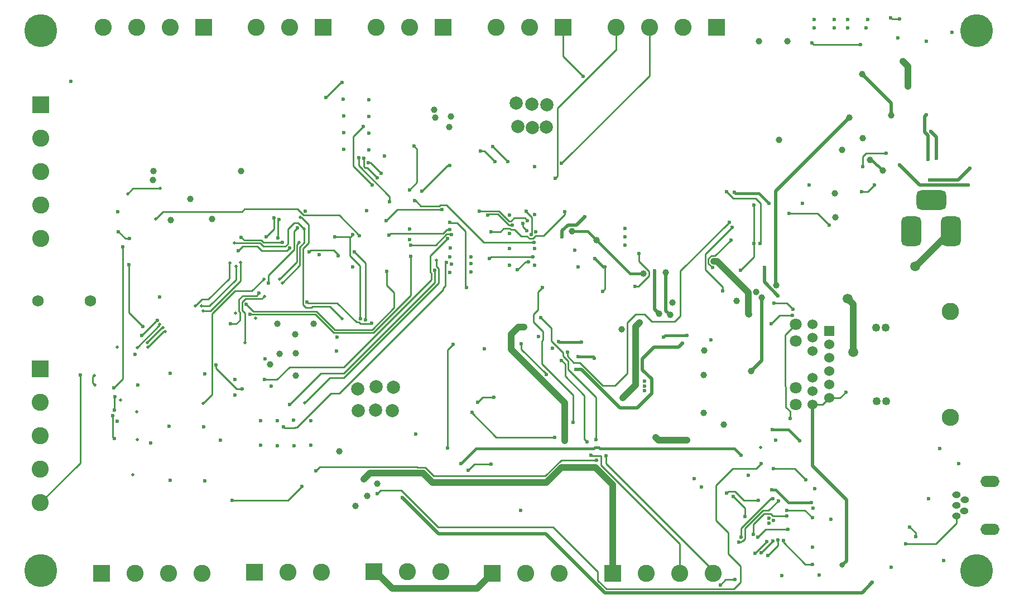
<source format=gbr>
G04 #@! TF.GenerationSoftware,KiCad,Pcbnew,6.0.4-6f826c9f35~116~ubuntu20.04.1*
G04 #@! TF.CreationDate,2022-04-26T18:36:13-05:00*
G04 #@! TF.ProjectId,access-controller,61636365-7373-42d6-936f-6e74726f6c6c,rev?*
G04 #@! TF.SameCoordinates,Original*
G04 #@! TF.FileFunction,Copper,L4,Bot*
G04 #@! TF.FilePolarity,Positive*
%FSLAX46Y46*%
G04 Gerber Fmt 4.6, Leading zero omitted, Abs format (unit mm)*
G04 Created by KiCad (PCBNEW 6.0.4-6f826c9f35~116~ubuntu20.04.1) date 2022-04-26 18:36:13*
%MOMM*%
%LPD*%
G01*
G04 APERTURE LIST*
G04 Aperture macros list*
%AMRoundRect*
0 Rectangle with rounded corners*
0 $1 Rounding radius*
0 $2 $3 $4 $5 $6 $7 $8 $9 X,Y pos of 4 corners*
0 Add a 4 corners polygon primitive as box body*
4,1,4,$2,$3,$4,$5,$6,$7,$8,$9,$2,$3,0*
0 Add four circle primitives for the rounded corners*
1,1,$1+$1,$2,$3*
1,1,$1+$1,$4,$5*
1,1,$1+$1,$6,$7*
1,1,$1+$1,$8,$9*
0 Add four rect primitives between the rounded corners*
20,1,$1+$1,$2,$3,$4,$5,0*
20,1,$1+$1,$4,$5,$6,$7,0*
20,1,$1+$1,$6,$7,$8,$9,0*
20,1,$1+$1,$8,$9,$2,$3,0*%
G04 Aperture macros list end*
G04 #@! TA.AperFunction,ComponentPad*
%ADD10RoundRect,0.750000X0.750000X1.500000X-0.750000X1.500000X-0.750000X-1.500000X0.750000X-1.500000X0*%
G04 #@! TD*
G04 #@! TA.AperFunction,ComponentPad*
%ADD11RoundRect,0.750000X1.500000X0.750000X-1.500000X0.750000X-1.500000X-0.750000X1.500000X-0.750000X0*%
G04 #@! TD*
G04 #@! TA.AperFunction,ComponentPad*
%ADD12R,2.600000X2.600000*%
G04 #@! TD*
G04 #@! TA.AperFunction,ComponentPad*
%ADD13C,2.600000*%
G04 #@! TD*
G04 #@! TA.AperFunction,ComponentPad*
%ADD14O,1.300000X1.000000*%
G04 #@! TD*
G04 #@! TA.AperFunction,ComponentPad*
%ADD15O,2.900000X1.700000*%
G04 #@! TD*
G04 #@! TA.AperFunction,ComponentPad*
%ADD16R,1.524000X1.524000*%
G04 #@! TD*
G04 #@! TA.AperFunction,ComponentPad*
%ADD17C,1.524000*%
G04 #@! TD*
G04 #@! TA.AperFunction,ComponentPad*
%ADD18C,1.800000*%
G04 #@! TD*
G04 #@! TA.AperFunction,ComponentPad*
%ADD19C,1.250000*%
G04 #@! TD*
G04 #@! TA.AperFunction,ComponentPad*
%ADD20C,2.630000*%
G04 #@! TD*
G04 #@! TA.AperFunction,ComponentPad*
%ADD21C,2.610000*%
G04 #@! TD*
G04 #@! TA.AperFunction,ComponentPad*
%ADD22C,5.000000*%
G04 #@! TD*
G04 #@! TA.AperFunction,ComponentPad*
%ADD23C,1.750000*%
G04 #@! TD*
G04 #@! TA.AperFunction,ViaPad*
%ADD24C,0.600000*%
G04 #@! TD*
G04 #@! TA.AperFunction,ViaPad*
%ADD25C,2.000000*%
G04 #@! TD*
G04 #@! TA.AperFunction,ViaPad*
%ADD26C,1.000000*%
G04 #@! TD*
G04 #@! TA.AperFunction,ViaPad*
%ADD27C,0.500000*%
G04 #@! TD*
G04 #@! TA.AperFunction,ViaPad*
%ADD28C,0.800000*%
G04 #@! TD*
G04 #@! TA.AperFunction,ViaPad*
%ADD29C,1.500000*%
G04 #@! TD*
G04 #@! TA.AperFunction,Conductor*
%ADD30C,0.250000*%
G04 #@! TD*
G04 #@! TA.AperFunction,Conductor*
%ADD31C,1.000000*%
G04 #@! TD*
G04 #@! TA.AperFunction,Conductor*
%ADD32C,0.400000*%
G04 #@! TD*
G04 #@! TA.AperFunction,Conductor*
%ADD33C,0.500000*%
G04 #@! TD*
G04 APERTURE END LIST*
D10*
X254780000Y-64920000D03*
X260780000Y-64920000D03*
D11*
X257780000Y-60220000D03*
D12*
X183750000Y-33940000D03*
D13*
X178670000Y-33940000D03*
X173590000Y-33940000D03*
D12*
X201930000Y-33940000D03*
D13*
X196850000Y-33940000D03*
X191770000Y-33940000D03*
D14*
X261645400Y-108207800D03*
X262839200Y-107420400D03*
X261645400Y-106607600D03*
X262864600Y-105794800D03*
D15*
X266700000Y-110239800D03*
D14*
X261645400Y-105007400D03*
D15*
X266700000Y-102950000D03*
D12*
X173265000Y-116650000D03*
D13*
X178345000Y-116650000D03*
X183425000Y-116650000D03*
D12*
X165530000Y-33940000D03*
D13*
X160450000Y-33940000D03*
X155370000Y-33940000D03*
D12*
X155075000Y-116780000D03*
D13*
X160155000Y-116780000D03*
X165235000Y-116780000D03*
D12*
X191170000Y-116960000D03*
D13*
X196250000Y-116960000D03*
X201330000Y-116960000D03*
D16*
X242300000Y-80130000D03*
D17*
X242300000Y-82162000D03*
X242300000Y-84194000D03*
X242300000Y-86226000D03*
X242300000Y-88258000D03*
X242300000Y-90290000D03*
X239760000Y-79114000D03*
X239760000Y-81146000D03*
X239760000Y-83178000D03*
X239760000Y-87242000D03*
X239760000Y-89274000D03*
X239760000Y-91306000D03*
D18*
X237220000Y-79114000D03*
X237220000Y-81654000D03*
X237220000Y-88766000D03*
X237220000Y-91306000D03*
D19*
X249400000Y-79610000D03*
X249510000Y-90780000D03*
X250860000Y-79600000D03*
X250970000Y-90770000D03*
D20*
X260715000Y-77145500D03*
D21*
X260715000Y-93274500D03*
D22*
X264700000Y-116500000D03*
X122700000Y-116500000D03*
X264700000Y-34500000D03*
X122700000Y-34500000D03*
D12*
X131940000Y-116930000D03*
D13*
X137020000Y-116930000D03*
X142100000Y-116930000D03*
X147180000Y-116930000D03*
D12*
X122636000Y-85852000D03*
D13*
X122636000Y-90932000D03*
X122636000Y-96012000D03*
X122636000Y-101092000D03*
X122636000Y-106172000D03*
D12*
X122682000Y-45720000D03*
D13*
X122682000Y-50800000D03*
X122682000Y-55880000D03*
X122682000Y-60960000D03*
X122682000Y-66040000D03*
D12*
X225180000Y-33960000D03*
D13*
X220100000Y-33960000D03*
X215020000Y-33960000D03*
X209940000Y-33960000D03*
D12*
X209460000Y-116930000D03*
D13*
X214540000Y-116930000D03*
X219620000Y-116930000D03*
X224700000Y-116930000D03*
D12*
X147390000Y-33930000D03*
D13*
X142310000Y-33930000D03*
X137230000Y-33930000D03*
X132150000Y-33930000D03*
D23*
X130230000Y-75500000D03*
X122230000Y-75500000D03*
D24*
X200740000Y-56900000D03*
X196340000Y-61940000D03*
X197080000Y-65450000D03*
X196650000Y-69570000D03*
X195010000Y-70820000D03*
X205540000Y-96950000D03*
X208440000Y-99070000D03*
X201690000Y-84570000D03*
X195861267Y-63755329D03*
X196462798Y-64901800D03*
X194250000Y-64050000D03*
X190470000Y-62529000D03*
X184760000Y-55000000D03*
X182440000Y-70850000D03*
X160470000Y-91260000D03*
X180530000Y-58900000D03*
X172950000Y-57910000D03*
X171640000Y-49020000D03*
X238269990Y-60763500D03*
D25*
X195040000Y-49050000D03*
X199430000Y-49110000D03*
X197270000Y-49170000D03*
X199480000Y-45730000D03*
X197160000Y-45630000D03*
X194830000Y-45490000D03*
D24*
X191570000Y-54350000D03*
X189370000Y-52780000D03*
X185240000Y-82140000D03*
X184750000Y-63620000D03*
X184370000Y-97870000D03*
X187300000Y-73530000D03*
D26*
X205790000Y-100860000D03*
X202220000Y-96770000D03*
X195990000Y-79490000D03*
X171720000Y-102650000D03*
D24*
X170950000Y-53740000D03*
X175630000Y-60470000D03*
X173760000Y-56810000D03*
X171733594Y-53898695D03*
X179430000Y-60330000D03*
X197491060Y-66680126D03*
X178645500Y-58677777D03*
X179338434Y-52031612D03*
D26*
X184660000Y-49100000D03*
X182550000Y-47650000D03*
D27*
X162070000Y-62850000D03*
X168430000Y-78270000D03*
X135900000Y-59260000D03*
X140800000Y-58470000D03*
X137300000Y-82620000D03*
X146100000Y-76320000D03*
X140750000Y-79090000D03*
X151360000Y-69820000D03*
X152301749Y-70278251D03*
X141219620Y-79628705D03*
X147040000Y-76320000D03*
X138859321Y-81873147D03*
X141579839Y-80228327D03*
X153000251Y-69714773D03*
X138949364Y-82595571D03*
X147350000Y-77090000D03*
X130790000Y-86870000D03*
X134310000Y-82570000D03*
X130910000Y-88350000D03*
X134770000Y-90640000D03*
X136660000Y-101970000D03*
X137330000Y-96640000D03*
X137270000Y-92400000D03*
X156524501Y-72195499D03*
X147290000Y-91100000D03*
X161865460Y-66686369D03*
X158954501Y-72195499D03*
X152040000Y-66770000D03*
X140096138Y-63074308D03*
D24*
X175550000Y-65520000D03*
X184710000Y-64730000D03*
X171060000Y-65620000D03*
X160429855Y-67529855D03*
X163430000Y-68070000D03*
X178790000Y-67040000D03*
X167840000Y-68700000D03*
X152650000Y-67940000D03*
X184967069Y-65489643D03*
X195600000Y-82100000D03*
X199360000Y-86744011D03*
X206126753Y-98957542D03*
X198795500Y-73480000D03*
X203468411Y-93998411D03*
X207900000Y-74060000D03*
X190970000Y-65030000D03*
X202220000Y-62030000D03*
X196525625Y-63310545D03*
X189241109Y-61904500D03*
X184437425Y-66088543D03*
X156670000Y-87500000D03*
X184214500Y-69684161D03*
X159530000Y-94650000D03*
X178632681Y-66204372D03*
X175060000Y-63380000D03*
X138034062Y-80756864D03*
X140340591Y-78462196D03*
X151450000Y-79040000D03*
X183595999Y-61650000D03*
X155800000Y-74370000D03*
X157220000Y-72860000D03*
X161640000Y-64443178D03*
X133760000Y-88780000D03*
X135160000Y-67290000D03*
X134487764Y-65013355D03*
X136180000Y-66070000D03*
X164410000Y-101400000D03*
X207040000Y-99730000D03*
X138180000Y-79430000D03*
X153240000Y-88910000D03*
X136030000Y-70020000D03*
X149300000Y-85290000D03*
X186410000Y-100230000D03*
X228950000Y-99010000D03*
D27*
X162770000Y-91000000D03*
X182745500Y-69317823D03*
X156610000Y-74830000D03*
X153700000Y-81900000D03*
X162680000Y-64600000D03*
X159318152Y-72793046D03*
D24*
X231990000Y-100280000D03*
X173720000Y-104850000D03*
X234180000Y-96740000D03*
X212850000Y-73350000D03*
X213460000Y-68330000D03*
X234560000Y-74750000D03*
X232490000Y-70430000D03*
X206910000Y-96630000D03*
X198516286Y-78046892D03*
X189960000Y-82790000D03*
X198225989Y-80992148D03*
X200337015Y-82700192D03*
X227150000Y-63560000D03*
X202580000Y-83330000D03*
X226150000Y-73990000D03*
X227570000Y-64380000D03*
D26*
X234286726Y-73133930D03*
X245370000Y-47710000D03*
D24*
X156710000Y-84370000D03*
X151750000Y-105880000D03*
X162310000Y-103750000D03*
X128670000Y-86760000D03*
X136995500Y-83704721D03*
X137400000Y-88320000D03*
X133830000Y-92120000D03*
X133961913Y-90133494D03*
X133640000Y-92940000D03*
X133830000Y-96460000D03*
X134264500Y-93850000D03*
X174310000Y-56190000D03*
X172358094Y-54560000D03*
X127270000Y-42210000D03*
X165910000Y-44640000D03*
X168430000Y-42310000D03*
X168620000Y-52500000D03*
X168640000Y-49930000D03*
X168630000Y-47410000D03*
X168590000Y-44880000D03*
X172120000Y-61850000D03*
X162840000Y-61880000D03*
X175170000Y-71030000D03*
X153855890Y-76038186D03*
X178850000Y-68770000D03*
X154405254Y-77588431D03*
D26*
X139670000Y-57150000D03*
X153080000Y-55820000D03*
X139780000Y-55770000D03*
X142390721Y-63221144D03*
X148680000Y-63130000D03*
X145410000Y-60030000D03*
D24*
X140680000Y-74910000D03*
X233630000Y-104270000D03*
X239610000Y-106200000D03*
D28*
X244270000Y-115690000D03*
D29*
X245130000Y-75200000D03*
X245950000Y-83350000D03*
D24*
X177560000Y-105440000D03*
X248860000Y-118330000D03*
D26*
X167980000Y-98410000D03*
X170396954Y-106735500D03*
X172241990Y-105161990D03*
D24*
X157620000Y-88510000D03*
X163650000Y-97460000D03*
X161080000Y-97530000D03*
X158540000Y-97550000D03*
X156010000Y-97490000D03*
X163640000Y-93700000D03*
X161040791Y-93616032D03*
X158540000Y-93760000D03*
X156030000Y-93710000D03*
X152160000Y-89850000D03*
X152170000Y-87470000D03*
X147550000Y-86590000D03*
X142310000Y-86570000D03*
X149980000Y-96700000D03*
X147550000Y-102850000D03*
X142290000Y-102800000D03*
X139390000Y-97140000D03*
X142150000Y-94570000D03*
X147440000Y-94680000D03*
X225770000Y-118685500D03*
X227987612Y-117859210D03*
X253910000Y-112460000D03*
X259630000Y-114990000D03*
X238800000Y-102730000D03*
X254520000Y-109890000D03*
X233810115Y-101009521D03*
X255400000Y-111390000D03*
X171194545Y-78207494D03*
X164960000Y-68500000D03*
X170030000Y-70400000D03*
X171975560Y-78378428D03*
X170244500Y-68050000D03*
X251690000Y-115980000D03*
X235122500Y-117252500D03*
X233890000Y-108860000D03*
X187960000Y-69850000D03*
X197649298Y-62456121D03*
X184976298Y-69926787D03*
X193802000Y-67564000D03*
X239268000Y-57912000D03*
X211328000Y-65786000D03*
D26*
X243180000Y-59210000D03*
D24*
X193802000Y-62484000D03*
X195510000Y-107370000D03*
X193788983Y-65298082D03*
X243078000Y-32766000D03*
X261950000Y-100240000D03*
X197612000Y-55118000D03*
X184732279Y-68868022D03*
X222940000Y-103800000D03*
D26*
X243220000Y-62830000D03*
D25*
X170840000Y-92200000D03*
D24*
X252710000Y-35600000D03*
X259050000Y-97940000D03*
X240030000Y-34036000D03*
X221820000Y-102540000D03*
D26*
X244300000Y-52580000D03*
D29*
X255350000Y-70290000D03*
D24*
X233190000Y-109280000D03*
X248158000Y-32766000D03*
X240030000Y-32766000D03*
X197775590Y-65015844D03*
X187960000Y-71120000D03*
X203708000Y-67818000D03*
D26*
X235966000Y-36068000D03*
D27*
X231902000Y-97790000D03*
D24*
X167610000Y-81024010D03*
X233200000Y-108520000D03*
X257360000Y-105630000D03*
D26*
X210825500Y-79880877D03*
D24*
X245110000Y-34036000D03*
X240782500Y-117202500D03*
X230030000Y-102020000D03*
D26*
X231648000Y-36068000D03*
D24*
X240130000Y-104060000D03*
D26*
X184912000Y-47498000D03*
D24*
X172466000Y-52578000D03*
X257080000Y-36070000D03*
X172466000Y-50038000D03*
X239740000Y-112990000D03*
X197612000Y-67564000D03*
D26*
X173735921Y-103289500D03*
D24*
X239830000Y-107030000D03*
X242570000Y-108710000D03*
X179570000Y-95790000D03*
X247904000Y-34036000D03*
X197610303Y-70085500D03*
X243078000Y-34036000D03*
X211328000Y-67056000D03*
D26*
X157490000Y-85230000D03*
D24*
X134366000Y-61976000D03*
X172466000Y-47498000D03*
D25*
X173550000Y-88610000D03*
X170745019Y-88898107D03*
D24*
X245110000Y-32766000D03*
D26*
X182369477Y-46464159D03*
X158960000Y-83540000D03*
D24*
X187960000Y-68834000D03*
D25*
X176050000Y-92220000D03*
D24*
X172466000Y-44958000D03*
D25*
X173500000Y-92140000D03*
X176180000Y-88650000D03*
D24*
X184780000Y-71190000D03*
X167520000Y-83130000D03*
X193802000Y-70104000D03*
X211328000Y-64516000D03*
X204216000Y-70358000D03*
X172900000Y-78906822D03*
X163092934Y-75736572D03*
X170050000Y-65500000D03*
X167300000Y-65810000D03*
D26*
X234696000Y-51054000D03*
D24*
X260910000Y-34690000D03*
D26*
X247396000Y-50800000D03*
D24*
X204978000Y-41402000D03*
X228854000Y-70866000D03*
X230886000Y-60960000D03*
X230886000Y-66802000D03*
X187528430Y-101269948D03*
X190990107Y-100315500D03*
X263652000Y-55372000D03*
X257556000Y-57150000D03*
X233751345Y-105558642D03*
X228933428Y-111443031D03*
X228619533Y-112178336D03*
X234584500Y-105915987D03*
X231560000Y-105890000D03*
X226760000Y-104720000D03*
X235895500Y-108182400D03*
X230798490Y-110990715D03*
X200690000Y-96280000D03*
X153100000Y-65860000D03*
X188114405Y-92475595D03*
X159340000Y-66655500D03*
X156864441Y-65809026D03*
X158065011Y-62946493D03*
X158860000Y-63150000D03*
X158690000Y-66000000D03*
X239742541Y-108513194D03*
X235895500Y-107382897D03*
X229490000Y-108270000D03*
X227740000Y-105260000D03*
X235358647Y-111906721D03*
X239780000Y-115590000D03*
D27*
X155280000Y-78184010D03*
D26*
X161343737Y-86867717D03*
D24*
X174874052Y-53522770D03*
D27*
X152202613Y-77375079D03*
D26*
X164066000Y-78994000D03*
D24*
X184830000Y-67490000D03*
D26*
X161310000Y-80630000D03*
X161340000Y-83470000D03*
D24*
X178684340Y-64645500D03*
D26*
X158606000Y-78994000D03*
D24*
X257034510Y-47245500D03*
X257302000Y-53997521D03*
X258572000Y-53848000D03*
X257693500Y-49762023D03*
X252984000Y-54864000D03*
X263398000Y-57912000D03*
D26*
X224804011Y-69496125D03*
X230160000Y-77600000D03*
X226280000Y-94350000D03*
D24*
X247050000Y-36560000D03*
D26*
X247350000Y-41086500D03*
D24*
X206710977Y-84239023D03*
D26*
X216500000Y-77500000D03*
X223300000Y-86830000D03*
X223320000Y-83040000D03*
D24*
X214290000Y-88470000D03*
X239720000Y-36370000D03*
D26*
X251740000Y-47340000D03*
D24*
X214280000Y-87760000D03*
X214260000Y-89190000D03*
X215840000Y-70930000D03*
D26*
X218531479Y-75783619D03*
D24*
X224330000Y-81500000D03*
X204200000Y-84040000D03*
D26*
X223270000Y-92590000D03*
X231230000Y-74200000D03*
X228239500Y-75551782D03*
D24*
X236061784Y-110284500D03*
X231465027Y-111432228D03*
X244820000Y-89410000D03*
X233960000Y-75910000D03*
X236780000Y-76790000D03*
X237820000Y-96780000D03*
X233655500Y-95054718D03*
X236720000Y-77740000D03*
X233530000Y-79030000D03*
X236380000Y-93370000D03*
X232830000Y-112120000D03*
X231030000Y-113890000D03*
D26*
X250438191Y-55755088D03*
X248524177Y-54093803D03*
D24*
X233771293Y-112031885D03*
X231986589Y-113816589D03*
X234559213Y-111896288D03*
X233000000Y-114244500D03*
D26*
X213530000Y-78820000D03*
X210970000Y-90240000D03*
D24*
X203860000Y-85940000D03*
X220060000Y-82010000D03*
X191262000Y-52070000D03*
X193548000Y-54356000D03*
X231820000Y-66790000D03*
X226710000Y-58920000D03*
X252980000Y-32680000D03*
X251660000Y-32490000D03*
X217170000Y-81026000D03*
X233172000Y-60706000D03*
X204689411Y-81822589D03*
X227913411Y-59003411D03*
X220726000Y-80772000D03*
X201257715Y-81694961D03*
D26*
X253492000Y-39116000D03*
X254254000Y-42926000D03*
D24*
X201792500Y-65814241D03*
X205232000Y-62738000D03*
X206756000Y-69088000D03*
X208280000Y-70358000D03*
X249174000Y-57912000D03*
X247258500Y-58928000D03*
X242316000Y-64008000D03*
X247396000Y-55118000D03*
X236220000Y-62230000D03*
X250952000Y-53086000D03*
X188990000Y-90980000D03*
X191440000Y-90200000D03*
X224610000Y-70495625D03*
X227383514Y-66267583D03*
D26*
X203267635Y-64957500D03*
X214122000Y-71374000D03*
X207010000Y-66294000D03*
X232062989Y-75063097D03*
X217550000Y-71210000D03*
X220750000Y-96700000D03*
X230450000Y-86200000D03*
X215967518Y-96265500D03*
X218150000Y-77630000D03*
D24*
X201714500Y-54613995D03*
X197384500Y-68834000D03*
X190754000Y-69088000D03*
D30*
X193706907Y-63425499D02*
X192185908Y-61904500D01*
X194250000Y-64050000D02*
X193680000Y-64050000D01*
X193680000Y-64050000D02*
X191984011Y-62354011D01*
X191984011Y-62354011D02*
X190644989Y-62354011D01*
X190644989Y-62354011D02*
X190470000Y-62529000D01*
X194501322Y-62955499D02*
X194031322Y-63425499D01*
X194031322Y-63425499D02*
X193706907Y-63425499D01*
X192185908Y-61904500D02*
X189241109Y-61904500D01*
X196170579Y-62955499D02*
X194501322Y-62955499D01*
X196525625Y-63310545D02*
X196170579Y-62955499D01*
X196462798Y-64901800D02*
X195861267Y-64300269D01*
X198970490Y-65649510D02*
X202220000Y-62400000D01*
X196821322Y-66074501D02*
X197338678Y-66074501D01*
X197150126Y-63639874D02*
X197150000Y-63640000D01*
X201090000Y-56550000D02*
X200740000Y-56900000D01*
X180360000Y-61120000D02*
X183120000Y-61120000D01*
X196455499Y-65708678D02*
X196821322Y-66074501D01*
X190970000Y-65030000D02*
X192420000Y-65030000D01*
X196920000Y-62610000D02*
X197150126Y-62840126D01*
X215020000Y-41308495D02*
X201714500Y-54613995D01*
X197150126Y-62840126D02*
X197150126Y-63639874D01*
X193866332Y-64569511D02*
X194011322Y-64714501D01*
X197704501Y-65708678D02*
X197704501Y-65649510D01*
X192420000Y-65030000D02*
X192880489Y-64569511D01*
X196340000Y-62030000D02*
X196920000Y-62610000D01*
X183270000Y-60970000D02*
X184210000Y-60970000D01*
X179570000Y-60330000D02*
X180360000Y-61120000D01*
X196340000Y-61940000D02*
X196340000Y-62030000D01*
X196260000Y-69570000D02*
X195010000Y-70820000D01*
X195543687Y-65679510D02*
X196455499Y-65679510D01*
X196650000Y-69570000D02*
X196260000Y-69570000D01*
X196455499Y-65679510D02*
X196455499Y-65708678D01*
X209940000Y-33960000D02*
X209940000Y-37400000D01*
X197338678Y-66074501D02*
X197704501Y-65708678D01*
X197150000Y-65380000D02*
X197080000Y-65450000D01*
X197704501Y-65649510D02*
X198970490Y-65649510D01*
X201090000Y-53090000D02*
X201090000Y-56550000D01*
X195861267Y-64300269D02*
X195861267Y-63755329D01*
X194578678Y-64714501D02*
X195543687Y-65679510D01*
X184210000Y-60970000D02*
X189920126Y-66680126D01*
X202220000Y-62400000D02*
X202220000Y-62030000D01*
X197150000Y-63640000D02*
X197150000Y-65380000D01*
X190754000Y-69088000D02*
X191008000Y-68834000D01*
X191008000Y-68834000D02*
X197384500Y-68834000D01*
X179430000Y-60330000D02*
X179570000Y-60330000D01*
X192880489Y-64569511D02*
X193866332Y-64569511D01*
X194011322Y-64714501D02*
X194578678Y-64714501D01*
X215020000Y-33960000D02*
X215020000Y-41308495D01*
X209870000Y-37470000D02*
X201090000Y-46250000D01*
X201090000Y-46250000D02*
X201090000Y-53090000D01*
X183120000Y-61120000D02*
X183270000Y-60970000D01*
X189920126Y-66680126D02*
X197491060Y-66680126D01*
X209940000Y-37400000D02*
X209870000Y-37470000D01*
X208440000Y-99070000D02*
X208440000Y-100220000D01*
X208440000Y-100220000D02*
X224700000Y-116480000D01*
X224700000Y-116480000D02*
X224700000Y-116930000D01*
X205130000Y-89890000D02*
X205130000Y-96540000D01*
X205130000Y-96540000D02*
X205540000Y-96950000D01*
X212970000Y-77560000D02*
X211650000Y-78880000D01*
X201948678Y-83428678D02*
X200130000Y-81610000D01*
X214260000Y-77560000D02*
X212970000Y-77560000D01*
X201948678Y-83945499D02*
X201948678Y-83428678D01*
X206910000Y-90146682D02*
X202679511Y-85916193D01*
X219750000Y-77820000D02*
X218880000Y-78690000D01*
X200130000Y-81610000D02*
X200130000Y-79660606D01*
X211650000Y-78880000D02*
X211650000Y-86510000D01*
X207940000Y-88370000D02*
X204490000Y-84920000D01*
X215390000Y-78690000D02*
X214260000Y-77560000D01*
X202679511Y-84676332D02*
X201948678Y-83945499D01*
X227150000Y-63560000D02*
X219750000Y-70960000D01*
X211650000Y-86510000D02*
X209790000Y-88370000D01*
X200130000Y-79660606D02*
X198516286Y-78046892D01*
X202230000Y-85110000D02*
X202230000Y-86990000D01*
X219750000Y-70960000D02*
X219750000Y-77820000D01*
X203558883Y-84920000D02*
X202580000Y-83941117D01*
X201690000Y-84570000D02*
X202230000Y-85110000D01*
X204490000Y-84920000D02*
X203558883Y-84920000D01*
X206910000Y-96630000D02*
X206910000Y-90146682D01*
X202580000Y-83941117D02*
X202580000Y-83330000D01*
X209790000Y-88370000D02*
X207940000Y-88370000D01*
X202679511Y-85916193D02*
X202679511Y-84676332D01*
X218880000Y-78690000D02*
X215390000Y-78690000D01*
X202230000Y-86990000D02*
X205130000Y-89890000D01*
X175060000Y-63380000D02*
X176790000Y-61650000D01*
X176790000Y-61650000D02*
X183595999Y-61650000D01*
X181880000Y-73300000D02*
X182440000Y-72740000D01*
X156670000Y-87500000D02*
X158500000Y-87500000D01*
X183064501Y-72809795D02*
X183064501Y-70591322D01*
X181815499Y-71188678D02*
X181815499Y-68710469D01*
X158500000Y-87500000D02*
X160410000Y-85590000D01*
X181960489Y-72298103D02*
X181960489Y-71333668D01*
X180530000Y-58900000D02*
X184430000Y-55000000D01*
X184430000Y-55000000D02*
X184760000Y-55000000D01*
X183064501Y-70591322D02*
X182745500Y-70272321D01*
X160410000Y-85590000D02*
X168668592Y-85590000D01*
X181815499Y-68710469D02*
X184437425Y-66088543D01*
X168670000Y-86510000D02*
X181880000Y-73300000D01*
X166529510Y-87240490D02*
X168633806Y-87240490D01*
X181960489Y-71333668D02*
X181815499Y-71188678D01*
X165220000Y-86510000D02*
X167040000Y-86510000D01*
X162770000Y-91000000D02*
X166529510Y-87240490D01*
X168633806Y-87240490D02*
X183064501Y-72809795D01*
X182440000Y-72740000D02*
X182440000Y-70850000D01*
X182745500Y-70272321D02*
X182745500Y-69317823D01*
X160470000Y-91260000D02*
X165220000Y-86510000D01*
X168668592Y-85590000D02*
X181960489Y-72298103D01*
X167040000Y-86510000D02*
X168670000Y-86510000D01*
X172950000Y-57910000D02*
X170120000Y-55080000D01*
X170120000Y-53460000D02*
X170120000Y-50540000D01*
X170120000Y-55080000D02*
X170120000Y-53460000D01*
X170120000Y-50540000D02*
X171640000Y-49020000D01*
X191570000Y-54350000D02*
X190000000Y-52780000D01*
X190000000Y-52780000D02*
X189370000Y-52780000D01*
X187300000Y-73530000D02*
X187150000Y-73380000D01*
X184780000Y-63650000D02*
X184750000Y-63620000D01*
X187150000Y-64930000D02*
X185870000Y-63650000D01*
X185870000Y-63650000D02*
X185750000Y-63650000D01*
X184370000Y-97870000D02*
X184370000Y-83010000D01*
X185750000Y-63650000D02*
X184780000Y-63650000D01*
X187150000Y-73380000D02*
X187150000Y-64930000D01*
X184370000Y-83010000D02*
X185240000Y-82140000D01*
D31*
X175990000Y-119200000D02*
X188930000Y-119200000D01*
X173440000Y-116650000D02*
X175990000Y-119200000D01*
X188930000Y-119200000D02*
X191170000Y-116960000D01*
X209460000Y-116930000D02*
X209460000Y-103440000D01*
D30*
X219620000Y-116930000D02*
X219620000Y-112433966D01*
X207701524Y-100515490D02*
X207701524Y-99121524D01*
X207701524Y-99121524D02*
X207674501Y-99094501D01*
D31*
X206880000Y-100860000D02*
X205790000Y-100860000D01*
D30*
X207674501Y-99094501D02*
X206263712Y-99094501D01*
X206263712Y-99094501D02*
X206126753Y-98957542D01*
X219620000Y-112433966D02*
X207701524Y-100515490D01*
D31*
X209460000Y-103440000D02*
X206880000Y-100860000D01*
X180710000Y-101720000D02*
X182110000Y-103120000D01*
D30*
X181051523Y-100895489D02*
X179811523Y-100895489D01*
D31*
X199500000Y-103030000D02*
X201670000Y-100860000D01*
X172650000Y-101720000D02*
X180710000Y-101720000D01*
X194040000Y-82890000D02*
X202220000Y-91070000D01*
X195150000Y-79490000D02*
X195990000Y-79490000D01*
D30*
X199213966Y-102150000D02*
X182306034Y-102150000D01*
X195600000Y-82100000D02*
X195600000Y-82870000D01*
X199360000Y-86630000D02*
X199360000Y-86744011D01*
D31*
X171720000Y-102650000D02*
X172650000Y-101720000D01*
D30*
X207040000Y-99730000D02*
X201633966Y-99730000D01*
X201633966Y-99730000D02*
X199213966Y-102150000D01*
D31*
X194040000Y-80600000D02*
X195150000Y-79490000D01*
X182110000Y-103120000D02*
X199410000Y-103120000D01*
D30*
X165004510Y-100805490D02*
X164410000Y-101400000D01*
D31*
X202220000Y-96770000D02*
X202220000Y-91070000D01*
D30*
X195600000Y-82870000D02*
X199360000Y-86630000D01*
X179721524Y-100805490D02*
X165004510Y-100805490D01*
X182306034Y-102150000D02*
X181051523Y-100895489D01*
D31*
X201670000Y-100860000D02*
X205790000Y-100860000D01*
X194040000Y-82890000D02*
X194040000Y-80600000D01*
D30*
X179811523Y-100895489D02*
X179721524Y-100805490D01*
D31*
X199410000Y-103120000D02*
X199500000Y-103030000D01*
D30*
X172250000Y-55300000D02*
X171885704Y-55300000D01*
X174310000Y-56190000D02*
X172680000Y-54560000D01*
X173760000Y-56810000D02*
X172250000Y-55300000D01*
X171733594Y-55147890D02*
X171733594Y-53898695D01*
X170950000Y-55000000D02*
X175630000Y-59680000D01*
X170950000Y-53740000D02*
X170950000Y-55000000D01*
X172680000Y-54560000D02*
X172358094Y-54560000D01*
X175630000Y-59680000D02*
X175630000Y-60470000D01*
X171885704Y-55300000D02*
X171733594Y-55147890D01*
X179780000Y-57543277D02*
X179780000Y-52473178D01*
X179780000Y-52473178D02*
X179338434Y-52031612D01*
X178645500Y-58677777D02*
X179780000Y-57543277D01*
X198680489Y-84443807D02*
X198680489Y-81633807D01*
X197400490Y-77589510D02*
X198110489Y-76879511D01*
X198110489Y-74165011D02*
X198795500Y-73480000D01*
X197420490Y-78636194D02*
X197400490Y-78616194D01*
X198850489Y-81463807D02*
X198850489Y-80206193D01*
X198850489Y-80206193D02*
X197420490Y-78776194D01*
X198690489Y-84453807D02*
X198680489Y-84443807D01*
X198680489Y-81633807D02*
X198850489Y-81463807D01*
X198690489Y-85070351D02*
X198690489Y-84453807D01*
X198110489Y-76879511D02*
X198110489Y-74165011D01*
X197400490Y-78616194D02*
X197400490Y-77589510D01*
X197420490Y-78776194D02*
X197420490Y-78636194D01*
X203468411Y-93998411D02*
X203468411Y-89848273D01*
X203468411Y-89848273D02*
X198690489Y-85070351D01*
X159719510Y-94839510D02*
X161216194Y-94839510D01*
X184277085Y-64730000D02*
X183737085Y-65270000D01*
X178790000Y-67040000D02*
X182602789Y-67040000D01*
X161566193Y-94749511D02*
X166746193Y-89569511D01*
X182602789Y-67040000D02*
X184229937Y-65412852D01*
X184710000Y-64730000D02*
X184277085Y-64730000D01*
X159530000Y-94650000D02*
X159719510Y-94839510D01*
X183737085Y-65270000D02*
X175800000Y-65270000D01*
X184039511Y-69793807D02*
X184149157Y-69684161D01*
X184890278Y-65412852D02*
X184967069Y-65489643D01*
X167980489Y-89569511D02*
X183719511Y-73830489D01*
X161216194Y-94839510D02*
X161306193Y-94749511D01*
X184039511Y-73246193D02*
X184039511Y-69793807D01*
X184229937Y-65412852D02*
X184890278Y-65412852D01*
X184149157Y-69684161D02*
X184214500Y-69684161D01*
X175800000Y-65270000D02*
X175550000Y-65520000D01*
X183719511Y-73566193D02*
X184039511Y-73246193D01*
X166746193Y-89569511D02*
X167980489Y-89569511D01*
X183719511Y-73830489D02*
X183719511Y-73566193D01*
X161306193Y-94749511D02*
X161566193Y-94749511D01*
X158954501Y-72195499D02*
X161540978Y-69609022D01*
X161150000Y-63660000D02*
X160171177Y-64638823D01*
X162680000Y-66684296D02*
X161990489Y-67373807D01*
X162440000Y-76090000D02*
X162440000Y-67560000D01*
X161602468Y-61570000D02*
X153610000Y-61570000D01*
X156244296Y-67930000D02*
X160029710Y-67930000D01*
X163300000Y-63900000D02*
X162250000Y-62850000D01*
X161540978Y-67010851D02*
X161865460Y-66686369D01*
X160029710Y-67930000D02*
X160429855Y-67529855D01*
X162440000Y-67560000D02*
X163300000Y-66700000D01*
X162250000Y-62850000D02*
X162070000Y-62850000D01*
X162432957Y-62400489D02*
X161602468Y-61570000D01*
X161990489Y-70120709D02*
X159318152Y-72793046D01*
X163300000Y-66700000D02*
X163300000Y-63900000D01*
X141220446Y-61950000D02*
X140096138Y-63074308D01*
X162900000Y-76550000D02*
X162440000Y-76090000D01*
X160171177Y-66905354D02*
X159796531Y-67280000D01*
X155970000Y-66770000D02*
X152040000Y-66770000D01*
X161540978Y-69609022D02*
X161540978Y-67010851D01*
X157220000Y-71622888D02*
X161091469Y-67751419D01*
X157220000Y-72860000D02*
X157220000Y-71622888D01*
X155533807Y-67219511D02*
X156244296Y-67930000D01*
X162680000Y-64600000D02*
X162680000Y-66684296D01*
X162566193Y-62530489D02*
X162436193Y-62400489D01*
X160171177Y-64638823D02*
X160171177Y-66905354D01*
X167970489Y-62530489D02*
X162566193Y-62530489D01*
X153230000Y-61950000D02*
X141220446Y-61950000D01*
X161990489Y-67373807D02*
X161990489Y-70120709D01*
X162680000Y-64600000D02*
X161740000Y-63660000D01*
X161740000Y-63660000D02*
X161150000Y-63660000D01*
X161091469Y-64991709D02*
X161640000Y-64443178D01*
X153610000Y-61570000D02*
X153230000Y-61950000D01*
X162436193Y-62400489D02*
X162432957Y-62400489D01*
X152650000Y-67940000D02*
X153370489Y-67219511D01*
X159796531Y-67280000D02*
X156480000Y-67280000D01*
X161091469Y-67751419D02*
X161091469Y-64991709D01*
X171060000Y-65620000D02*
X167970489Y-62530489D01*
X156480000Y-67280000D02*
X155970000Y-66770000D01*
X153370489Y-67219511D02*
X155533807Y-67219511D01*
X172900000Y-78906822D02*
X172763015Y-79043807D01*
X163930000Y-76360000D02*
X166520000Y-76360000D01*
X170946193Y-78780489D02*
X170616193Y-78780489D01*
X163810000Y-76480000D02*
X163740000Y-76550000D01*
X163740000Y-76550000D02*
X162900000Y-76550000D01*
X163930000Y-76360000D02*
X163810000Y-76480000D01*
X168430000Y-78270000D02*
X166520000Y-76360000D01*
X163198185Y-75841823D02*
X163092934Y-75736572D01*
X172763015Y-79043807D02*
X171209511Y-79043807D01*
X171209511Y-79043807D02*
X170946193Y-78780489D01*
X167677527Y-75841823D02*
X163198185Y-75841823D01*
X170616193Y-78780489D02*
X167677527Y-75841823D01*
X136690000Y-58470000D02*
X140800000Y-58470000D01*
X135900000Y-59260000D02*
X136690000Y-58470000D01*
X138859321Y-81873147D02*
X138859321Y-81803147D01*
X146100000Y-76320000D02*
X147140000Y-75280000D01*
X138859321Y-81803147D02*
X141033763Y-79628705D01*
X148120000Y-75280000D02*
X151290000Y-72110000D01*
X137300000Y-82620000D02*
X140750000Y-79170000D01*
X140328730Y-78462196D02*
X140340591Y-78462196D01*
X138034062Y-80756864D02*
X140328730Y-78462196D01*
X147140000Y-75280000D02*
X148120000Y-75280000D01*
X151290000Y-72110000D02*
X151290000Y-69890000D01*
X141033763Y-79628705D02*
X141219620Y-79628705D01*
X151290000Y-69890000D02*
X151360000Y-69820000D01*
X140750000Y-79170000D02*
X140750000Y-79090000D01*
X138949364Y-82595571D02*
X141316608Y-80228327D01*
X141316608Y-80228327D02*
X141579839Y-80228327D01*
X152301749Y-72298251D02*
X152301749Y-70278251D01*
X153000251Y-72485453D02*
X153000251Y-69714773D01*
X148395704Y-77090000D02*
X153000251Y-72485453D01*
X147040000Y-76320000D02*
X148280000Y-76320000D01*
X148280000Y-76320000D02*
X152301749Y-72298251D01*
X147350000Y-77090000D02*
X148395704Y-77090000D01*
X147290000Y-91100000D02*
X148632388Y-89757612D01*
X152109021Y-74012387D02*
X154707613Y-74012387D01*
X148632388Y-77489020D02*
X152109021Y-74012387D01*
X148632388Y-89757612D02*
X148632388Y-77489020D01*
X154707613Y-74012387D02*
X156524501Y-72195499D01*
X130910000Y-88350000D02*
X130580000Y-88020000D01*
X130580000Y-88020000D02*
X130580000Y-87080000D01*
X130580000Y-87080000D02*
X130790000Y-86870000D01*
X133830000Y-90265407D02*
X133961913Y-90133494D01*
X133830000Y-92120000D02*
X133830000Y-90265407D01*
X152385704Y-88910000D02*
X153240000Y-88910000D01*
X149300000Y-85290000D02*
X149300000Y-85824296D01*
X149300000Y-85824296D02*
X152385704Y-88910000D01*
X156146194Y-66310490D02*
X156491204Y-66655500D01*
X153100000Y-65860000D02*
X153550490Y-66310490D01*
X156491204Y-66655500D02*
X159340000Y-66655500D01*
X153550490Y-66310490D02*
X156146194Y-66310490D01*
X163430000Y-68070000D02*
X163680000Y-67820000D01*
X167120000Y-67820000D02*
X167840000Y-68540000D01*
X167840000Y-68540000D02*
X167840000Y-68700000D01*
X163680000Y-67820000D02*
X167120000Y-67820000D01*
D32*
X228950000Y-99010000D02*
X227885489Y-97945489D01*
X207309744Y-97770499D02*
X206730256Y-97770499D01*
X188694511Y-97945489D02*
X186410000Y-100230000D01*
X207484734Y-97945489D02*
X207309744Y-97770499D01*
X227885489Y-97945489D02*
X207484734Y-97945489D01*
X206730256Y-97770499D02*
X206555266Y-97945489D01*
X206555266Y-97945489D02*
X188694511Y-97945489D01*
D30*
X207900000Y-74060000D02*
X208280000Y-73680000D01*
X208280000Y-73680000D02*
X208280000Y-70358000D01*
X175160000Y-73130000D02*
X176300000Y-74270000D01*
X153736193Y-75209511D02*
X155596194Y-75209510D01*
X155616193Y-75189511D02*
X156250489Y-75189511D01*
X153310000Y-74760000D02*
X155410000Y-74760000D01*
X153700000Y-81900000D02*
X153700000Y-77424296D01*
X153229511Y-76953807D02*
X153229511Y-75716193D01*
X152780000Y-77140000D02*
X152780000Y-75290000D01*
X167320000Y-79950000D02*
X164530000Y-77160000D01*
X152780000Y-75290000D02*
X153310000Y-74760000D01*
X176300000Y-76590000D02*
X172940000Y-79950000D01*
X152900000Y-77260000D02*
X152780000Y-77140000D01*
X152340000Y-79040000D02*
X152900000Y-78480000D01*
X153229511Y-75716193D02*
X153736193Y-75209511D01*
X151450000Y-79040000D02*
X152340000Y-79040000D01*
X164530000Y-77160000D02*
X154977704Y-77160000D01*
X176300000Y-74270000D02*
X176300000Y-76590000D01*
X156250489Y-75189511D02*
X156610000Y-74830000D01*
X172940000Y-79950000D02*
X167320000Y-79950000D01*
X155596194Y-75209510D02*
X155616193Y-75189511D01*
X152900000Y-78480000D02*
X152900000Y-77260000D01*
X175160000Y-71040000D02*
X175160000Y-73130000D01*
X154977704Y-77160000D02*
X153855890Y-76038186D01*
X175170000Y-71030000D02*
X175160000Y-71040000D01*
X153700000Y-77424296D02*
X153229511Y-76953807D01*
X155410000Y-74760000D02*
X155800000Y-74370000D01*
X135544409Y-66070000D02*
X134487764Y-65013355D01*
X135160000Y-67290000D02*
X135160000Y-87380000D01*
X135160000Y-87380000D02*
X133760000Y-88780000D01*
X136180000Y-66070000D02*
X135544409Y-66070000D01*
X136030000Y-77280000D02*
X136030000Y-70020000D01*
X138180000Y-79430000D02*
X136030000Y-77280000D01*
D32*
X201350754Y-81788000D02*
X204654822Y-81788000D01*
X204654822Y-81788000D02*
X204689411Y-81822589D01*
X201257715Y-81694961D02*
X201350754Y-81788000D01*
D33*
X206615489Y-118237970D02*
X206615489Y-118225489D01*
D30*
X177340000Y-104310000D02*
X182940000Y-109910000D01*
X225140000Y-103580000D02*
X225140000Y-108880000D01*
X225140000Y-108880000D02*
X226990000Y-110730000D01*
X207190000Y-118000000D02*
X207190000Y-116660000D01*
D33*
X248860000Y-118330000D02*
X247285489Y-119904511D01*
D30*
X208520000Y-119330000D02*
X227830000Y-119330000D01*
D33*
X206615489Y-118225489D02*
X199280000Y-110890000D01*
D30*
X182940000Y-109910000D02*
X200440000Y-109910000D01*
X227830000Y-119330000D02*
X228840000Y-118320000D01*
X174260000Y-104310000D02*
X177340000Y-104310000D01*
X227987612Y-117859210D02*
X226596290Y-117859210D01*
X227690000Y-101030000D02*
X231240000Y-101030000D01*
X226990000Y-110730000D02*
X226990000Y-114000000D01*
D33*
X208282030Y-119904511D02*
X206615489Y-118237970D01*
D30*
X231990000Y-100280000D02*
X231240000Y-101030000D01*
D33*
X199280000Y-110890000D02*
X183010000Y-110890000D01*
D30*
X228840000Y-115850000D02*
X228840000Y-118320000D01*
D33*
X183010000Y-110890000D02*
X177560000Y-105440000D01*
D30*
X226596290Y-117859210D02*
X225770000Y-118685500D01*
X226990000Y-114000000D02*
X228840000Y-115850000D01*
X225140000Y-103580000D02*
X227690000Y-101030000D01*
X200440000Y-109910000D02*
X207190000Y-116660000D01*
X208520000Y-119330000D02*
X207190000Y-118000000D01*
D33*
X247285489Y-119904511D02*
X208282030Y-119904511D01*
D30*
X174260000Y-104310000D02*
X173720000Y-104850000D01*
D32*
X237820000Y-96780000D02*
X236094718Y-95054718D01*
X236094718Y-95054718D02*
X233655500Y-95054718D01*
D30*
X213460000Y-69520000D02*
X214980000Y-71040000D01*
X214980000Y-71760000D02*
X213380000Y-73360000D01*
X212860000Y-73360000D02*
X212850000Y-73350000D01*
X213380000Y-73360000D02*
X213200000Y-73360000D01*
X214980000Y-71040000D02*
X214980000Y-71760000D01*
X213460000Y-68330000D02*
X213460000Y-69520000D01*
X213200000Y-73360000D02*
X212860000Y-73360000D01*
D33*
X234200000Y-58880000D02*
X234200000Y-73047204D01*
X245370000Y-47710000D02*
X234200000Y-58880000D01*
X234200000Y-73047204D02*
X234286726Y-73133930D01*
X232490000Y-72680000D02*
X232490000Y-70430000D01*
X234560000Y-74750000D02*
X232490000Y-72680000D01*
X215360000Y-87420000D02*
X215360000Y-89600000D01*
D31*
X212904511Y-79445489D02*
X212904511Y-88305489D01*
D33*
X219480000Y-82590000D02*
X215720000Y-82590000D01*
X220060000Y-82010000D02*
X219480000Y-82590000D01*
X213960000Y-86020000D02*
X215360000Y-87420000D01*
X213960000Y-84350000D02*
X213960000Y-86020000D01*
D31*
X213530000Y-78820000D02*
X212904511Y-79445489D01*
D33*
X210537518Y-91780000D02*
X204697518Y-85940000D01*
X215360000Y-89600000D02*
X213180000Y-91780000D01*
X213180000Y-91780000D02*
X210537518Y-91780000D01*
X215720000Y-82590000D02*
X213960000Y-84350000D01*
X204697518Y-85940000D02*
X203860000Y-85940000D01*
D31*
X212904511Y-88305489D02*
X210970000Y-90240000D01*
D30*
X223530000Y-68420000D02*
X223530000Y-70770000D01*
D31*
X225265491Y-69496125D02*
X224804011Y-69496125D01*
D30*
X227383514Y-66267583D02*
X224979483Y-68671614D01*
X226150000Y-73390000D02*
X226150000Y-73990000D01*
X223979511Y-69865136D02*
X224610000Y-70495625D01*
D31*
X230030499Y-74261133D02*
X225265491Y-69496125D01*
D30*
X223979511Y-69131569D02*
X223979511Y-69865136D01*
X223530000Y-70770000D02*
X226150000Y-73390000D01*
D31*
X230030499Y-77470499D02*
X230030499Y-74261133D01*
D30*
X227570000Y-64380000D02*
X223530000Y-68420000D01*
X224979483Y-68671614D02*
X224439466Y-68671614D01*
X224439466Y-68671614D02*
X223979511Y-69131569D01*
D31*
X230160000Y-77600000D02*
X230030499Y-77470499D01*
D30*
X151750000Y-105880000D02*
X160180000Y-105880000D01*
X160180000Y-105880000D02*
X162310000Y-103750000D01*
X128670000Y-86760000D02*
X128670000Y-100138000D01*
X128670000Y-100138000D02*
X122636000Y-106172000D01*
X133640000Y-92940000D02*
X133640000Y-96270000D01*
X133640000Y-96270000D02*
X133830000Y-96460000D01*
X168240000Y-42310000D02*
X168430000Y-42310000D01*
X165910000Y-44640000D02*
X168240000Y-42310000D01*
X171936219Y-69741719D02*
X171936219Y-78339087D01*
X169620000Y-68710000D02*
X171140000Y-70230000D01*
X169620000Y-65930000D02*
X169620000Y-68710000D01*
X178850000Y-74675704D02*
X173126193Y-80399511D01*
X170244500Y-68050000D02*
X171936219Y-69741719D01*
X173126193Y-80399511D02*
X167133806Y-80399510D01*
X170050000Y-65500000D02*
X169620000Y-65930000D01*
X171936219Y-78339087D02*
X171975560Y-78378428D01*
X178850000Y-68770000D02*
X178850000Y-74675704D01*
X171140000Y-70230000D02*
X171140000Y-78152949D01*
X164343807Y-77609511D02*
X154426333Y-77609510D01*
X167133806Y-80399510D02*
X164343807Y-77609511D01*
X154426333Y-77609510D02*
X154405254Y-77588431D01*
X171140000Y-78152949D02*
X171194545Y-78207494D01*
D32*
X236140000Y-106200000D02*
X239610000Y-106200000D01*
X234210000Y-104270000D02*
X236140000Y-106200000D01*
X234210000Y-104270000D02*
X233630000Y-104270000D01*
D33*
X239760000Y-91306000D02*
X239760000Y-100590000D01*
X239760000Y-100590000D02*
X244920000Y-105750000D01*
X244920000Y-105750000D02*
X244920000Y-115040000D01*
X244920000Y-115040000D02*
X244270000Y-115690000D01*
D30*
X235895500Y-107382897D02*
X238612244Y-107382897D01*
X238612244Y-107382897D02*
X239742541Y-108513194D01*
D31*
X245950000Y-83350000D02*
X245950000Y-76020000D01*
X245950000Y-76020000D02*
X245130000Y-75200000D01*
D30*
X261645400Y-108207800D02*
X261645400Y-109294600D01*
X258480000Y-112460000D02*
X261645400Y-109294600D01*
X258480000Y-112460000D02*
X253910000Y-112460000D01*
X255400000Y-111390000D02*
X255400000Y-110770000D01*
X255400000Y-110770000D02*
X254520000Y-109890000D01*
X238800000Y-102730000D02*
X237079521Y-101009521D01*
X237079521Y-101009521D02*
X233810115Y-101009521D01*
X200690000Y-96280000D02*
X191810000Y-96280000D01*
X188114405Y-92584405D02*
X188114405Y-92475595D01*
X191810000Y-96280000D02*
X188114405Y-92584405D01*
X188482878Y-100315500D02*
X190990107Y-100315500D01*
X187528430Y-101269948D02*
X188482878Y-100315500D01*
D31*
X255410000Y-70290000D02*
X260780000Y-64920000D01*
X255350000Y-70290000D02*
X255410000Y-70290000D01*
D30*
X169740000Y-65810000D02*
X170050000Y-65500000D01*
X167300000Y-65810000D02*
X169740000Y-65810000D01*
X201930000Y-38354000D02*
X201930000Y-33940000D01*
X204978000Y-41402000D02*
X201930000Y-38354000D01*
X230886000Y-66802000D02*
X230886000Y-60960000D01*
X230886000Y-68834000D02*
X228854000Y-70866000D01*
X230886000Y-66802000D02*
X230886000Y-68834000D01*
D33*
X257556000Y-57150000D02*
X261874000Y-57150000D01*
X261874000Y-57150000D02*
X263652000Y-55372000D01*
D30*
X233456771Y-105558642D02*
X233751345Y-105558642D01*
X228933428Y-111443031D02*
X228933428Y-110081985D01*
X228933428Y-110081985D02*
X233456771Y-105558642D01*
X228931302Y-112178336D02*
X229042106Y-112067532D01*
X229042106Y-112067532D02*
X229192106Y-112067532D01*
X229557929Y-111701709D02*
X229557929Y-110093188D01*
X233094498Y-107405989D02*
X234584500Y-105915987D01*
X232245128Y-107405989D02*
X233094498Y-107405989D01*
X229557929Y-110093188D02*
X232245128Y-107405989D01*
X228619533Y-112178336D02*
X228931302Y-112178336D01*
X229192106Y-112067532D02*
X229557929Y-111701709D01*
X227980000Y-104520000D02*
X226960000Y-104520000D01*
X231560000Y-105890000D02*
X229350000Y-105890000D01*
X226960000Y-104520000D02*
X226760000Y-104720000D01*
X229350000Y-105890000D02*
X227980000Y-104520000D01*
X233745579Y-108182400D02*
X233418678Y-107855499D01*
X230798490Y-109488331D02*
X230798490Y-110990715D01*
X232431322Y-107855499D02*
X230798490Y-109488331D01*
X235895500Y-108182400D02*
X233745579Y-108182400D01*
X233418678Y-107855499D02*
X232431322Y-107855499D01*
X158065011Y-64608456D02*
X158065011Y-62946493D01*
X156864441Y-65809026D02*
X158065011Y-64608456D01*
X158690000Y-63320000D02*
X158860000Y-63150000D01*
X158690000Y-66000000D02*
X158690000Y-63320000D01*
X229490000Y-107010000D02*
X227740000Y-105260000D01*
X229490000Y-108270000D02*
X229490000Y-107010000D01*
X239780000Y-115590000D02*
X238710000Y-115590000D01*
X238710000Y-115590000D02*
X235358647Y-112238647D01*
X235358647Y-112238647D02*
X235358647Y-111906721D01*
D33*
X256794000Y-49922479D02*
X256794000Y-47486010D01*
X257302000Y-50430479D02*
X256794000Y-49922479D01*
X256794000Y-47486010D02*
X257034510Y-47245500D01*
X257302000Y-53997521D02*
X257302000Y-50430479D01*
X252984000Y-54864000D02*
X256032000Y-57912000D01*
X256032000Y-57912000D02*
X263398000Y-57912000D01*
X258572000Y-50640523D02*
X257693500Y-49762023D01*
X258572000Y-53848000D02*
X258572000Y-50640523D01*
X215840000Y-70930000D02*
X215840000Y-76840000D01*
D30*
X239910000Y-36560000D02*
X247050000Y-36560000D01*
D33*
X215840000Y-76840000D02*
X216500000Y-77500000D01*
D30*
X239720000Y-36370000D02*
X239910000Y-36560000D01*
D33*
X251740000Y-45476500D02*
X251740000Y-47340000D01*
D32*
X204200000Y-84040000D02*
X206511954Y-84040000D01*
D33*
X247350000Y-41086500D02*
X251740000Y-45476500D01*
D32*
X206511954Y-84040000D02*
X206710977Y-84239023D01*
D30*
X236027284Y-110250000D02*
X232647255Y-110250000D01*
X244820000Y-89410000D02*
X243940000Y-90290000D01*
X232647255Y-110250000D02*
X231465027Y-111432228D01*
X236780000Y-76790000D02*
X235900000Y-75910000D01*
X239760000Y-91306000D02*
X241284000Y-91306000D01*
X235900000Y-75910000D02*
X233960000Y-75910000D01*
X236061784Y-110284500D02*
X236027284Y-110250000D01*
X243940000Y-90290000D02*
X242300000Y-90290000D01*
X241284000Y-91306000D02*
X242300000Y-90290000D01*
X236720000Y-77740000D02*
X234820000Y-77740000D01*
X234820000Y-77740000D02*
X233530000Y-79030000D01*
X235660000Y-80674000D02*
X237220000Y-79114000D01*
X235710000Y-88544279D02*
X235660000Y-88494279D01*
X236380000Y-93370000D02*
X236380000Y-92340000D01*
X236380000Y-92340000D02*
X235710000Y-91670000D01*
X235660000Y-88494279D02*
X235660000Y-80674000D01*
X235710000Y-91670000D02*
X235710000Y-88544279D01*
X232800000Y-112120000D02*
X232830000Y-112120000D01*
X231030000Y-113890000D02*
X232800000Y-112120000D01*
D32*
X248776906Y-54093803D02*
X248524177Y-54093803D01*
X250438191Y-55755088D02*
X248776906Y-54093803D01*
D30*
X232016590Y-113816589D02*
X233771293Y-112061886D01*
X233771293Y-112061886D02*
X233771293Y-112031885D01*
X231986589Y-113816589D02*
X232016590Y-113816589D01*
X234559213Y-112685287D02*
X234559213Y-111896288D01*
X233000000Y-114244500D02*
X234559213Y-112685287D01*
X191262000Y-52070000D02*
X193548000Y-54356000D01*
X231920000Y-60740000D02*
X231210000Y-60030000D01*
X231920000Y-66690000D02*
X231920000Y-60740000D01*
X231210000Y-60030000D02*
X231160000Y-59980000D01*
X227770000Y-59980000D02*
X231160000Y-59980000D01*
X231820000Y-66790000D02*
X231920000Y-66690000D01*
X227770000Y-59980000D02*
X226710000Y-58920000D01*
X252980000Y-32680000D02*
X251850000Y-32680000D01*
X251850000Y-32680000D02*
X251660000Y-32490000D01*
D32*
X220726000Y-80772000D02*
X217424000Y-80772000D01*
X233172000Y-60706000D02*
X231648000Y-59182000D01*
X228092000Y-59182000D02*
X227913411Y-59003411D01*
X217424000Y-80772000D02*
X217170000Y-81026000D01*
X231648000Y-59182000D02*
X228092000Y-59182000D01*
D31*
X254254000Y-42926000D02*
X254254000Y-39878000D01*
X254254000Y-39878000D02*
X253492000Y-39116000D01*
D33*
X201792500Y-64907500D02*
X201792500Y-65814241D01*
X203962000Y-64008000D02*
X202692000Y-64008000D01*
X205232000Y-62738000D02*
X203962000Y-64008000D01*
X202692000Y-64008000D02*
X201792500Y-64907500D01*
D32*
X208280000Y-70358000D02*
X208026000Y-70358000D01*
X208026000Y-70358000D02*
X206756000Y-69088000D01*
D30*
X249174000Y-57912000D02*
X248158000Y-58928000D01*
X248158000Y-58928000D02*
X247258500Y-58928000D01*
X247904000Y-53086000D02*
X250952000Y-53086000D01*
X247396000Y-53594000D02*
X247396000Y-55118000D01*
X247904000Y-53086000D02*
X247396000Y-53594000D01*
X242316000Y-64008000D02*
X240538000Y-62230000D01*
X240538000Y-62230000D02*
X236220000Y-62230000D01*
X188990000Y-90980000D02*
X189770000Y-90200000D01*
X189770000Y-90200000D02*
X191440000Y-90200000D01*
D32*
X207010000Y-66294000D02*
X205673500Y-64957500D01*
X212090000Y-71374000D02*
X214122000Y-71374000D01*
X207010000Y-66294000D02*
X212090000Y-71374000D01*
X205673500Y-64957500D02*
X203267635Y-64957500D01*
D33*
X230450000Y-86200000D02*
X232062989Y-84587011D01*
X217550000Y-77030000D02*
X218150000Y-77630000D01*
X217550000Y-71210000D02*
X217550000Y-77030000D01*
X232062989Y-84587011D02*
X232062989Y-75063097D01*
D31*
X216402018Y-96700000D02*
X215967518Y-96265500D01*
X220750000Y-96700000D02*
X216402018Y-96700000D01*
M02*

</source>
